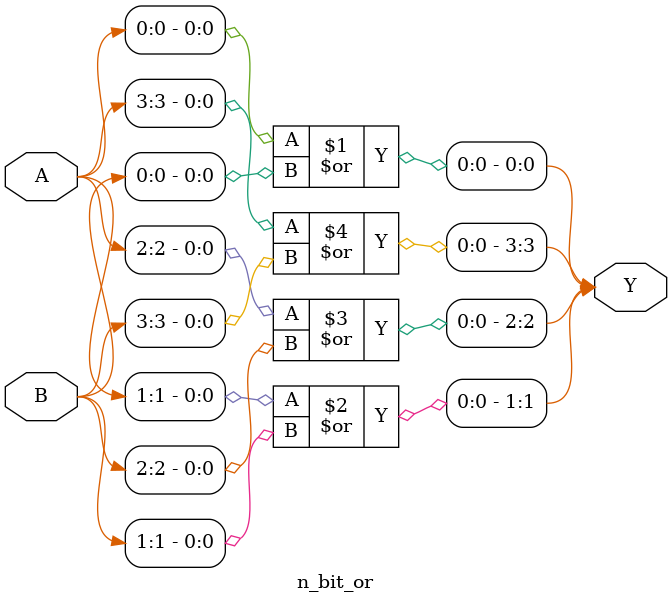
<source format=sv>
module n_bit_or #(parameter N = 4) (
	input logic [N-1:0] A,
	input logic [N-1:0] B,
	output logic [N-1:0] Y
);

	generate
		genvar i;
		for (i = 0; i < N; i++) begin : and_i
			assign Y[i] = A[i] | B[i];
		end
	endgenerate
	
endmodule

</source>
